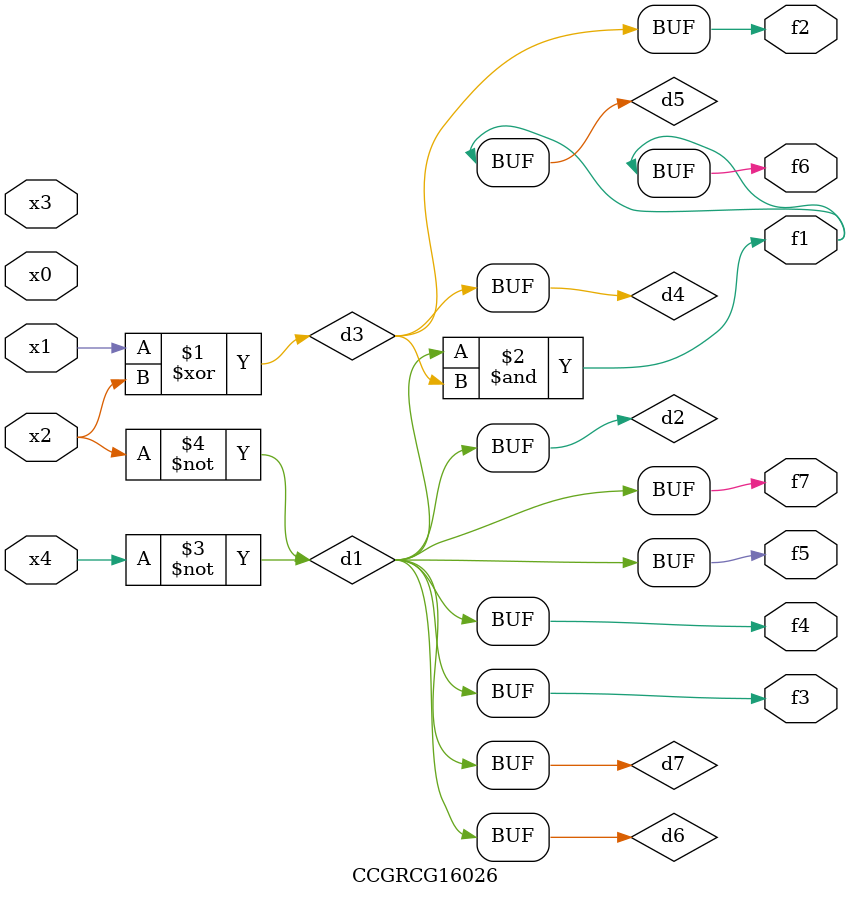
<source format=v>
module CCGRCG16026(
	input x0, x1, x2, x3, x4,
	output f1, f2, f3, f4, f5, f6, f7
);

	wire d1, d2, d3, d4, d5, d6, d7;

	not (d1, x4);
	not (d2, x2);
	xor (d3, x1, x2);
	buf (d4, d3);
	and (d5, d1, d3);
	buf (d6, d1, d2);
	buf (d7, d2);
	assign f1 = d5;
	assign f2 = d4;
	assign f3 = d7;
	assign f4 = d7;
	assign f5 = d7;
	assign f6 = d5;
	assign f7 = d7;
endmodule

</source>
